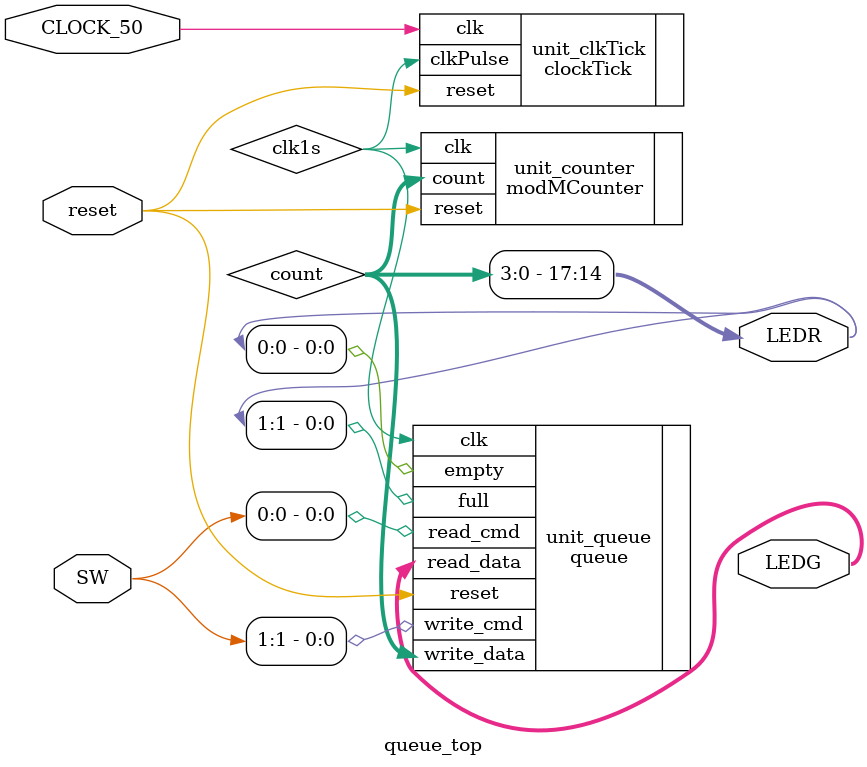
<source format=v>


// Test : 
// 1. Keep reset high, SW[1] low and SW[0] high till LEDR[0] glow, i.e.
// queue is empty now. 
// 2. Now, keep SW[1] high, SW[0] low, then bring reset to low. 
// Now count will start and will be stored in the queue. 
// 3. Bring the SW[1] to low again and see the count at 
// that time (as count will continue to inrease). 
// 4. Now, set SW[0] high, and it will start the count from 0, to the count which was
// displayed in step 3; and after that LEDR[0] will glow again.
// 5. Next, bring SW[0] to low and SW[1] to high, and let it run. 
// after 16 count (i.e. 2^address_width), the queue will be full and 
// LED[1] will glow. 

module queue_top(
    reset,
    CLOCK_50,
    SW,
    LEDG,
    LEDR
);


input wire  reset;
input wire  CLOCK_50;
input wire  [1:0] SW;
output wire [3:0] LEDG;
output wire [17:0] LEDR;

wire    clk1s;
wire    [3:0] count;

assign  LEDR[17:14] = count[3:0];

// clock 1 sec
clockTick   unit_clkTick(
    .clk(CLOCK_50),
    .reset(reset),
    .clkPulse(clk1s));
    defparam    unit_clkTick.M = 50000000;
    defparam    unit_clkTick.N = 26;

// queue.v
queue   unit_queue(
    .clk(clk1s),
    .reset(reset),
    .read_cmd(SW[0]),
    .write_cmd(SW[1]),
    .write_data(count),
    .full(LEDR[1]),
    .empty(LEDR[0]),
    
    .read_data(LEDG));
    defparam    unit_queue.address_width = 4;
    defparam    unit_queue.data_width = 4;
    defparam    unit_queue.max_data = 16;

// mod-12 counter
modMCounter unit_counter(
    .clk(clk1s),
    .reset(reset),
    
    .count(count));
    defparam    unit_counter.M = 12;
    defparam    unit_counter.N = 4;


endmodule

</source>
